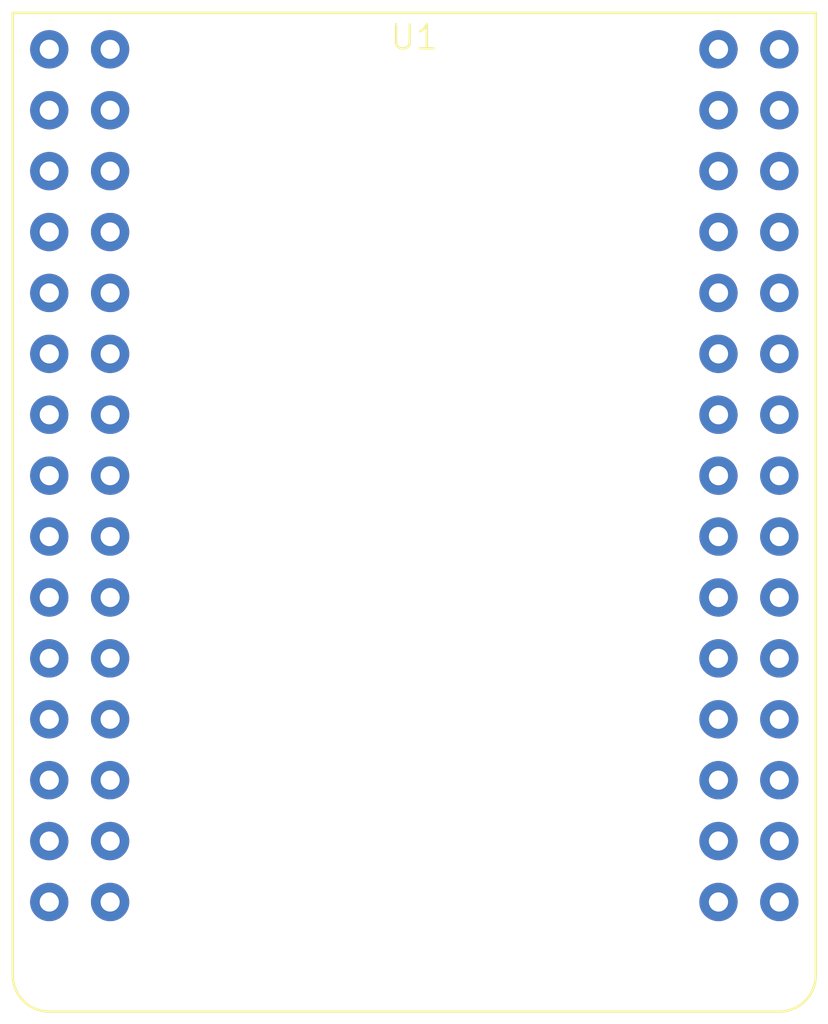
<source format=kicad_pcb>
(kicad_pcb (version 20241229) (generator "pcbnew") (generator_version "9.0")
  (layers (0 "F.Cu" signal) (2 "B.Cu" signal) (13 "F.Paste" user) (15 "B.Paste" user) (5 "F.SilkS" user "F.Silkscreen") (7 "B.SilkS" user "B.Silkscreen") (1 "F.Mask" user) (3 "B.Mask" user) (25 "Edge.Cuts" user))
  (net 0 "")
  (footprint "sopa_ECU_project:STM32F4_64PIN-CoreBoard_V11" (layer "F.Cu") (at 152.3 78.94)
    (property "Reference" "U1" (at 0 -0.5 0) (layer "F.SilkS") (effects (font (thickness 0.1))))
    (property "Value" "STM32F405RGT6")
    (fp_line (start -16.764 37.084) (end -16.764 -1.524) (stroke (width 0.1)) (layer "F.SilkS"))
    (fp_line (start -16.764 38.608) (end -16.764 37.084) (stroke (width 0.1)) (layer "F.SilkS"))
    (fp_line (start 15.24 40.132) (end -15.24 40.132) (stroke (width 0.1)) (layer "F.SilkS"))
    (fp_line (start 16.764 -1.524) (end -16.764 -1.524) (stroke (width 0.1)) (layer "F.SilkS"))
    (fp_line (start 16.764 -1.524) (end 16.764 37.084) (stroke (width 0.1)) (layer "F.SilkS"))
    (fp_line (start 16.764 38.608) (end 16.764 37.084) (stroke (width 0.1)) (layer "F.SilkS"))
    (fp_arc (start -15.24 40.132) (mid -16.317631 39.685631) (end -16.764 38.608) (stroke (width 0.1)) (layer "F.SilkS"))
    (fp_arc (start 16.764 38.608) (mid 16.317631 39.685631) (end 15.24 40.132) (stroke (width 0.1)) (layer "F.SilkS"))
    (pad "1" thru_hole circle (at -15.24 0) (size 1.6 1.6) (drill 0.8) (layers "*.Cu" "*.Mask"))
    (pad "2" thru_hole circle (at -12.7 0) (size 1.6 1.6) (drill 0.8) (layers "*.Cu" "*.Mask"))
    (pad "3" thru_hole circle (at -15.24 2.54) (size 1.6 1.6) (drill 0.8) (layers "*.Cu" "*.Mask"))
    (pad "4" thru_hole circle (at -12.7 2.54) (size 1.6 1.6) (drill 0.8) (layers "*.Cu" "*.Mask"))
    (pad "5" thru_hole circle (at -15.24 5.08) (size 1.6 1.6) (drill 0.8) (layers "*.Cu" "*.Mask"))
    (pad "6" thru_hole circle (at -12.7 5.08) (size 1.6 1.6) (drill 0.8) (layers "*.Cu" "*.Mask"))
    (pad "7" thru_hole circle (at -15.24 7.62) (size 1.6 1.6) (drill 0.8) (layers "*.Cu" "*.Mask"))
    (pad "8" thru_hole circle (at -12.7 7.62) (size 1.6 1.6) (drill 0.8) (layers "*.Cu" "*.Mask"))
    (pad "9" thru_hole circle (at -15.24 10.16) (size 1.6 1.6) (drill 0.8) (layers "*.Cu" "*.Mask"))
    (pad "10" thru_hole circle (at -12.7 10.16) (size 1.6 1.6) (drill 0.8) (layers "*.Cu" "*.Mask"))
    (pad "11" thru_hole circle (at -15.24 12.7) (size 1.6 1.6) (drill 0.8) (layers "*.Cu" "*.Mask"))
    (pad "12" thru_hole circle (at -12.7 12.7) (size 1.6 1.6) (drill 0.8) (layers "*.Cu" "*.Mask"))
    (pad "13" thru_hole circle (at -15.24 15.24) (size 1.6 1.6) (drill 0.8) (layers "*.Cu" "*.Mask"))
    (pad "14" thru_hole circle (at -12.7 15.24) (size 1.6 1.6) (drill 0.8) (layers "*.Cu" "*.Mask"))
    (pad "15" thru_hole circle (at -15.24 17.78) (size 1.6 1.6) (drill 0.8) (layers "*.Cu" "*.Mask"))
    (pad "16" thru_hole circle (at -12.7 17.78) (size 1.6 1.6) (drill 0.8) (layers "*.Cu" "*.Mask"))
    (pad "17" thru_hole circle (at -15.24 20.32) (size 1.6 1.6) (drill 0.8) (layers "*.Cu" "*.Mask"))
    (pad "18" thru_hole circle (at -12.7 20.32) (size 1.6 1.6) (drill 0.8) (layers "*.Cu" "*.Mask"))
    (pad "19" thru_hole circle (at -15.24 22.86) (size 1.6 1.6) (drill 0.8) (layers "*.Cu" "*.Mask"))
    (pad "20" thru_hole circle (at -12.7 22.86) (size 1.6 1.6) (drill 0.8) (layers "*.Cu" "*.Mask"))
    (pad "21" thru_hole circle (at -15.24 25.4) (size 1.6 1.6) (drill 0.8) (layers "*.Cu" "*.Mask"))
    (pad "22" thru_hole circle (at -12.7 25.4) (size 1.6 1.6) (drill 0.8) (layers "*.Cu" "*.Mask"))
    (pad "23" thru_hole circle (at -15.24 27.94) (size 1.6 1.6) (drill 0.8) (layers "*.Cu" "*.Mask"))
    (pad "24" thru_hole circle (at -12.7 27.94) (size 1.6 1.6) (drill 0.8) (layers "*.Cu" "*.Mask"))
    (pad "25" thru_hole circle (at -15.24 30.48) (size 1.6 1.6) (drill 0.8) (layers "*.Cu" "*.Mask"))
    (pad "26" thru_hole circle (at -12.7 30.48) (size 1.6 1.6) (drill 0.8) (layers "*.Cu" "*.Mask"))
    (pad "27" thru_hole circle (at -15.24 33.02) (size 1.6 1.6) (drill 0.8) (layers "*.Cu" "*.Mask"))
    (pad "28" thru_hole circle (at -12.7 33.02) (size 1.6 1.6) (drill 0.8) (layers "*.Cu" "*.Mask"))
    (pad "29" thru_hole circle (at -15.24 35.56) (size 1.6 1.6) (drill 0.8) (layers "*.Cu" "*.Mask"))
    (pad "30" thru_hole circle (at -12.7 35.56) (size 1.6 1.6) (drill 0.8) (layers "*.Cu" "*.Mask"))
    (pad "31" thru_hole circle (at 12.7 35.56) (size 1.6 1.6) (drill 0.8) (layers "*.Cu" "*.Mask"))
    (pad "32" thru_hole circle (at 15.24 35.56) (size 1.6 1.6) (drill 0.8) (layers "*.Cu" "*.Mask"))
    (pad "33" thru_hole circle (at 12.7 33.02) (size 1.6 1.6) (drill 0.8) (layers "*.Cu" "*.Mask"))
    (pad "34" thru_hole circle (at 15.24 33.02) (size 1.6 1.6) (drill 0.8) (layers "*.Cu" "*.Mask"))
    (pad "35" thru_hole circle (at 12.7 30.48) (size 1.6 1.6) (drill 0.8) (layers "*.Cu" "*.Mask"))
    (pad "36" thru_hole circle (at 15.24 30.48) (size 1.6 1.6) (drill 0.8) (layers "*.Cu" "*.Mask"))
    (pad "37" thru_hole circle (at 12.7 27.94) (size 1.6 1.6) (drill 0.8) (layers "*.Cu" "*.Mask"))
    (pad "38" thru_hole circle (at 15.24 27.94) (size 1.6 1.6) (drill 0.8) (layers "*.Cu" "*.Mask"))
    (pad "39" thru_hole circle (at 12.7 25.4) (size 1.6 1.6) (drill 0.8) (layers "*.Cu" "*.Mask"))
    (pad "40" thru_hole circle (at 15.24 25.4) (size 1.6 1.6) (drill 0.8) (layers "*.Cu" "*.Mask"))
    (pad "41" thru_hole circle (at 12.7 22.86) (size 1.6 1.6) (drill 0.8) (layers "*.Cu" "*.Mask"))
    (pad "42" thru_hole circle (at 15.24 22.86) (size 1.6 1.6) (drill 0.8) (layers "*.Cu" "*.Mask"))
    (pad "43" thru_hole circle (at 12.7 20.32) (size 1.6 1.6) (drill 0.8) (layers "*.Cu" "*.Mask"))
    (pad "44" thru_hole circle (at 15.24 20.32) (size 1.6 1.6) (drill 0.8) (layers "*.Cu" "*.Mask"))
    (pad "45" thru_hole circle (at 12.7 17.78) (size 1.6 1.6) (drill 0.8) (layers "*.Cu" "*.Mask"))
    (pad "46" thru_hole circle (at 15.24 17.78) (size 1.6 1.6) (drill 0.8) (layers "*.Cu" "*.Mask"))
    (pad "47" thru_hole circle (at 12.7 15.24) (size 1.6 1.6) (drill 0.8) (layers "*.Cu" "*.Mask"))
    (pad "48" thru_hole circle (at 15.24 15.24) (size 1.6 1.6) (drill 0.8) (layers "*.Cu" "*.Mask"))
    (pad "49" thru_hole circle (at 12.7 12.7) (size 1.6 1.6) (drill 0.8) (layers "*.Cu" "*.Mask"))
    (pad "50" thru_hole circle (at 15.24 12.7) (size 1.6 1.6) (drill 0.8) (layers "*.Cu" "*.Mask"))
    (pad "51" thru_hole circle (at 12.7 10.16) (size 1.6 1.6) (drill 0.8) (layers "*.Cu" "*.Mask"))
    (pad "52" thru_hole circle (at 15.24 10.16) (size 1.6 1.6) (drill 0.8) (layers "*.Cu" "*.Mask"))
    (pad "53" thru_hole circle (at 12.7 7.62) (size 1.6 1.6) (drill 0.8) (layers "*.Cu" "*.Mask"))
    (pad "54" thru_hole circle (at 15.24 7.62) (size 1.6 1.6) (drill 0.8) (layers "*.Cu" "*.Mask"))
    (pad "55" thru_hole circle (at 12.7 5.08) (size 1.6 1.6) (drill 0.8) (layers "*.Cu" "*.Mask"))
    (pad "56" thru_hole circle (at 15.24 5.08) (size 1.6 1.6) (drill 0.8) (layers "*.Cu" "*.Mask"))
    (pad "57" thru_hole circle (at 12.7 2.54) (size 1.6 1.6) (drill 0.8) (layers "*.Cu" "*.Mask"))
    (pad "58" thru_hole circle (at 15.24 2.54) (size 1.6 1.6) (drill 0.8) (layers "*.Cu" "*.Mask"))
    (pad "59" thru_hole circle (at 12.7 0) (size 1.6 1.6) (drill 0.8) (layers "*.Cu" "*.Mask"))
    (pad "60" thru_hole circle (at 15.24 0) (size 1.6 1.6) (drill 0.8) (layers "*.Cu" "*.Mask"))
  )
)
</source>
